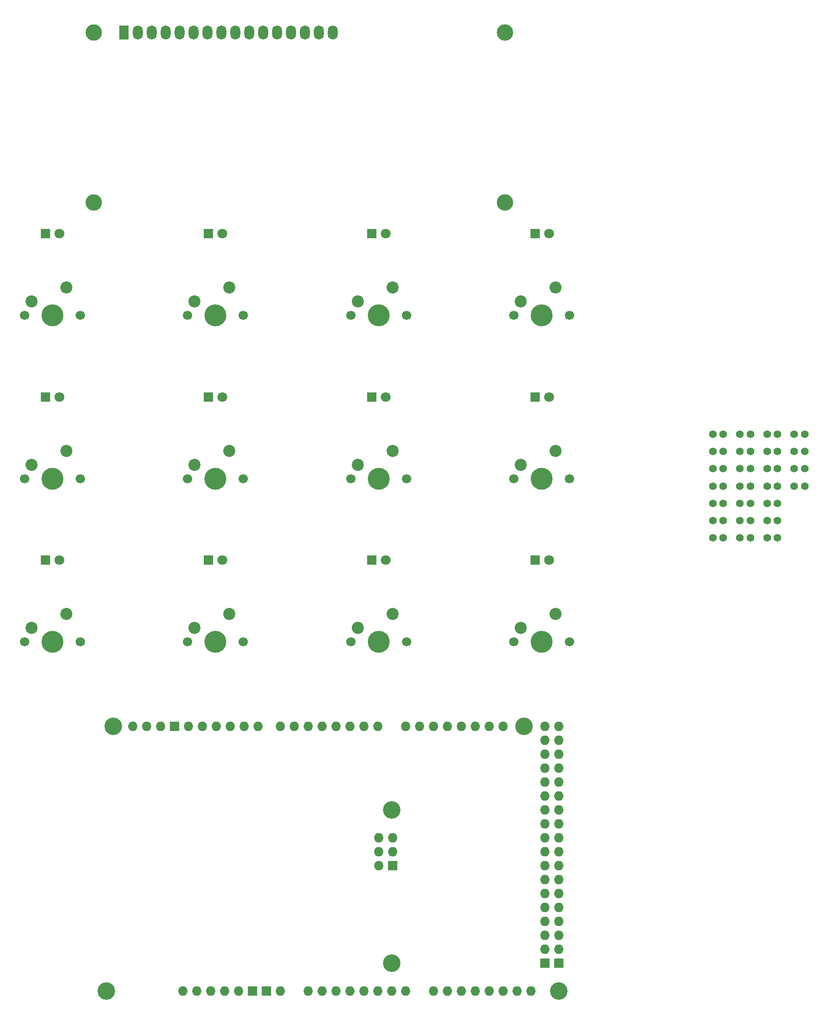
<source format=gbr>
%TF.GenerationSoftware,KiCad,Pcbnew,9.0.6*%
%TF.CreationDate,2025-12-06T00:52:23+00:00*%
%TF.ProjectId,DT,44542e6b-6963-4616-945f-706362585858,rev?*%
%TF.SameCoordinates,Original*%
%TF.FileFunction,Soldermask,Bot*%
%TF.FilePolarity,Negative*%
%FSLAX46Y46*%
G04 Gerber Fmt 4.6, Leading zero omitted, Abs format (unit mm)*
G04 Created by KiCad (PCBNEW 9.0.6) date 2025-12-06 00:52:23*
%MOMM*%
%LPD*%
G01*
G04 APERTURE LIST*
%ADD10C,1.400000*%
%ADD11R,1.800000X1.800000*%
%ADD12C,1.800000*%
%ADD13C,1.700000*%
%ADD14C,4.000000*%
%ADD15C,2.200000*%
%ADD16C,3.200000*%
%ADD17O,1.727200X1.727200*%
%ADD18R,1.727200X1.727200*%
%ADD19C,3.000000*%
%ADD20R,1.800000X2.600000*%
%ADD21O,1.800000X2.600000*%
G04 APERTURE END LIST*
D10*
%TO.C,R5*%
X-251055000Y-43850000D03*
X-249155000Y-43850000D03*
%TD*%
D11*
%TO.C,D6*%
X-343032000Y-24465000D03*
D12*
X-340492000Y-24465000D03*
%TD*%
D11*
%TO.C,D7*%
X-313262000Y-24465000D03*
D12*
X-310722000Y-24465000D03*
%TD*%
D10*
%TO.C,R8*%
X-246095000Y-31250000D03*
X-244195000Y-31250000D03*
%TD*%
D13*
%TO.C,SW11*%
X-317090000Y-69120000D03*
D14*
X-312010000Y-69120000D03*
D13*
X-306930000Y-69120000D03*
D15*
X-309470000Y-64040000D03*
X-315820000Y-66580000D03*
%TD*%
D10*
%TO.C,R24*%
X-236175000Y-37550000D03*
X-234275000Y-37550000D03*
%TD*%
D11*
%TO.C,D5*%
X-372802000Y-24465000D03*
D12*
X-370262000Y-24465000D03*
%TD*%
D13*
%TO.C,SW9*%
X-376630000Y-69120000D03*
D14*
X-371550000Y-69120000D03*
D13*
X-366470000Y-69120000D03*
D15*
X-369010000Y-64040000D03*
X-375360000Y-66580000D03*
%TD*%
D10*
%TO.C,R4*%
X-251055000Y-40700000D03*
X-249155000Y-40700000D03*
%TD*%
D11*
%TO.C,D9*%
X-372802000Y-54235000D03*
D12*
X-370262000Y-54235000D03*
%TD*%
D10*
%TO.C,R1*%
X-251055000Y-31250000D03*
X-249155000Y-31250000D03*
%TD*%
D11*
%TO.C,D1*%
X-372802000Y5305000D03*
D12*
X-370262000Y5305000D03*
%TD*%
D10*
%TO.C,R11*%
X-246095000Y-40700000D03*
X-244195000Y-40700000D03*
%TD*%
D16*
%TO.C,A1*%
X-361680000Y-132730000D03*
X-360410000Y-84470000D03*
D17*
X-347710000Y-132730000D03*
D16*
X-309610000Y-99710000D03*
X-309610000Y-127650000D03*
X-285480000Y-84470000D03*
X-279130000Y-132730000D03*
D17*
X-340090000Y-132730000D03*
X-337550000Y-132730000D03*
X-309483000Y-104790000D03*
X-281670000Y-84470000D03*
X-279130000Y-84470000D03*
X-324850000Y-132730000D03*
X-322310000Y-132730000D03*
X-319770000Y-132730000D03*
X-317230000Y-132730000D03*
X-314690000Y-132730000D03*
X-312150000Y-132730000D03*
X-309610000Y-132730000D03*
X-307070000Y-132730000D03*
X-301990000Y-132730000D03*
X-299450000Y-132730000D03*
X-296910000Y-132730000D03*
X-294370000Y-132730000D03*
X-291830000Y-132730000D03*
X-289290000Y-132730000D03*
X-286750000Y-132730000D03*
X-284210000Y-132730000D03*
X-351774000Y-84470000D03*
X-312150000Y-84470000D03*
X-314690000Y-84470000D03*
X-317230000Y-84470000D03*
X-319770000Y-84470000D03*
X-322310000Y-84470000D03*
X-324850000Y-84470000D03*
X-327390000Y-84470000D03*
X-329930000Y-84470000D03*
X-333994000Y-84470000D03*
X-336534000Y-84470000D03*
X-339074000Y-84470000D03*
X-341614000Y-84470000D03*
X-344154000Y-84470000D03*
X-346694000Y-84470000D03*
X-307070000Y-84470000D03*
X-304530000Y-84470000D03*
X-301990000Y-84470000D03*
X-299450000Y-84470000D03*
X-296910000Y-84470000D03*
X-294370000Y-84470000D03*
X-291830000Y-84470000D03*
X-289290000Y-84470000D03*
X-281670000Y-87010000D03*
X-279130000Y-87010000D03*
X-281670000Y-89550000D03*
X-279130000Y-89550000D03*
X-281670000Y-92090000D03*
X-279130000Y-92090000D03*
X-281670000Y-94630000D03*
X-279130000Y-94630000D03*
X-281670000Y-97170000D03*
X-279130000Y-97170000D03*
X-281670000Y-99710000D03*
X-279130000Y-99710000D03*
X-281670000Y-102250000D03*
X-279130000Y-102250000D03*
X-281670000Y-104790000D03*
X-279130000Y-104790000D03*
X-281670000Y-107330000D03*
X-279130000Y-107330000D03*
X-281670000Y-109870000D03*
X-279130000Y-109870000D03*
X-281670000Y-112410000D03*
X-279130000Y-112410000D03*
X-281670000Y-114950000D03*
X-279130000Y-114950000D03*
X-281670000Y-117490000D03*
X-279130000Y-117490000D03*
X-281670000Y-120030000D03*
X-279130000Y-120030000D03*
X-281670000Y-122570000D03*
X-279130000Y-122570000D03*
X-281670000Y-125110000D03*
X-279130000Y-125110000D03*
D18*
X-349234000Y-84470000D03*
X-335010000Y-132730000D03*
X-332470000Y-132730000D03*
X-309483000Y-109870000D03*
X-281670000Y-127650000D03*
X-279130000Y-127650000D03*
D17*
X-345170000Y-132730000D03*
X-312023000Y-104790000D03*
X-309483000Y-107330000D03*
X-342630000Y-132730000D03*
X-312023000Y-109870000D03*
X-312023000Y-107330000D03*
X-356854000Y-84470000D03*
X-354314000Y-84470000D03*
X-329930000Y-132730000D03*
%TD*%
D10*
%TO.C,R3*%
X-251055000Y-37550000D03*
X-249155000Y-37550000D03*
%TD*%
%TO.C,R25*%
X-236175000Y-40700000D03*
X-234275000Y-40700000D03*
%TD*%
D13*
%TO.C,SW12*%
X-287320000Y-69120000D03*
D14*
X-282240000Y-69120000D03*
D13*
X-277160000Y-69120000D03*
D15*
X-279700000Y-64040000D03*
X-286050000Y-66580000D03*
%TD*%
D10*
%TO.C,R23*%
X-236175000Y-34400000D03*
X-234275000Y-34400000D03*
%TD*%
%TO.C,R21*%
X-241135000Y-50150000D03*
X-239235000Y-50150000D03*
%TD*%
%TO.C,R12*%
X-246095000Y-43850000D03*
X-244195000Y-43850000D03*
%TD*%
D19*
%TO.C,DS1*%
X-363955000Y42000000D03*
X-363955000Y10999300D03*
X-288956420Y10999300D03*
X-288955900Y42000000D03*
D20*
X-358455900Y42000000D03*
D21*
X-355915900Y42000000D03*
X-353375900Y42000000D03*
X-350835900Y42000000D03*
X-348295900Y42000000D03*
X-345755900Y42000000D03*
X-343215900Y42000000D03*
X-340675900Y42000000D03*
X-338135900Y42000000D03*
X-335595900Y42000000D03*
X-333055900Y42000000D03*
X-330515900Y42000000D03*
X-327975900Y42000000D03*
X-325435900Y42000000D03*
X-322895900Y42000000D03*
X-320355900Y42000000D03*
%TD*%
D13*
%TO.C,SW2*%
X-346860000Y-9580000D03*
D14*
X-341780000Y-9580000D03*
D13*
X-336700000Y-9580000D03*
D15*
X-339240000Y-4500000D03*
X-345590000Y-7040000D03*
%TD*%
D10*
%TO.C,R14*%
X-246095000Y-50150000D03*
X-244195000Y-50150000D03*
%TD*%
%TO.C,R22*%
X-236175000Y-31250000D03*
X-234275000Y-31250000D03*
%TD*%
D13*
%TO.C,SW4*%
X-287320000Y-9580000D03*
D14*
X-282240000Y-9580000D03*
D13*
X-277160000Y-9580000D03*
D15*
X-279700000Y-4500000D03*
X-286050000Y-7040000D03*
%TD*%
D13*
%TO.C,SW6*%
X-346860000Y-39350000D03*
D14*
X-341780000Y-39350000D03*
D13*
X-336700000Y-39350000D03*
D15*
X-339240000Y-34270000D03*
X-345590000Y-36810000D03*
%TD*%
D10*
%TO.C,R15*%
X-241135000Y-31250000D03*
X-239235000Y-31250000D03*
%TD*%
D13*
%TO.C,SW3*%
X-317090000Y-9580000D03*
D14*
X-312010000Y-9580000D03*
D13*
X-306930000Y-9580000D03*
D15*
X-309470000Y-4500000D03*
X-315820000Y-7040000D03*
%TD*%
D11*
%TO.C,D12*%
X-283492000Y-54235000D03*
D12*
X-280952000Y-54235000D03*
%TD*%
D10*
%TO.C,R16*%
X-241135000Y-34400000D03*
X-239235000Y-34400000D03*
%TD*%
D11*
%TO.C,D2*%
X-343032000Y5305000D03*
D12*
X-340492000Y5305000D03*
%TD*%
D13*
%TO.C,SW1*%
X-376630000Y-9580000D03*
D14*
X-371550000Y-9580000D03*
D13*
X-366470000Y-9580000D03*
D15*
X-369010000Y-4500000D03*
X-375360000Y-7040000D03*
%TD*%
D11*
%TO.C,D3*%
X-313262000Y5305000D03*
D12*
X-310722000Y5305000D03*
%TD*%
D10*
%TO.C,R17*%
X-241135000Y-37550000D03*
X-239235000Y-37550000D03*
%TD*%
D13*
%TO.C,SW8*%
X-287320000Y-39350000D03*
D14*
X-282240000Y-39350000D03*
D13*
X-277160000Y-39350000D03*
D15*
X-279700000Y-34270000D03*
X-286050000Y-36810000D03*
%TD*%
D10*
%TO.C,R10*%
X-246095000Y-37550000D03*
X-244195000Y-37550000D03*
%TD*%
%TO.C,R19*%
X-241135000Y-43850000D03*
X-239235000Y-43850000D03*
%TD*%
%TO.C,R20*%
X-241135000Y-47000000D03*
X-239235000Y-47000000D03*
%TD*%
%TO.C,R2*%
X-251055000Y-34400000D03*
X-249155000Y-34400000D03*
%TD*%
D13*
%TO.C,SW5*%
X-376630000Y-39350000D03*
D14*
X-371550000Y-39350000D03*
D13*
X-366470000Y-39350000D03*
D15*
X-369010000Y-34270000D03*
X-375360000Y-36810000D03*
%TD*%
D11*
%TO.C,D4*%
X-283492000Y5305000D03*
D12*
X-280952000Y5305000D03*
%TD*%
D10*
%TO.C,R6*%
X-251055000Y-47000000D03*
X-249155000Y-47000000D03*
%TD*%
D11*
%TO.C,D11*%
X-313262000Y-54235000D03*
D12*
X-310722000Y-54235000D03*
%TD*%
D10*
%TO.C,R18*%
X-241135000Y-40700000D03*
X-239235000Y-40700000D03*
%TD*%
%TO.C,R9*%
X-246095000Y-34400000D03*
X-244195000Y-34400000D03*
%TD*%
D11*
%TO.C,D8*%
X-283492000Y-24465000D03*
D12*
X-280952000Y-24465000D03*
%TD*%
D10*
%TO.C,R13*%
X-246095000Y-47000000D03*
X-244195000Y-47000000D03*
%TD*%
D13*
%TO.C,SW7*%
X-317090000Y-39350000D03*
D14*
X-312010000Y-39350000D03*
D13*
X-306930000Y-39350000D03*
D15*
X-309470000Y-34270000D03*
X-315820000Y-36810000D03*
%TD*%
D13*
%TO.C,SW10*%
X-346860000Y-69120000D03*
D14*
X-341780000Y-69120000D03*
D13*
X-336700000Y-69120000D03*
D15*
X-339240000Y-64040000D03*
X-345590000Y-66580000D03*
%TD*%
D11*
%TO.C,D10*%
X-343032000Y-54235000D03*
D12*
X-340492000Y-54235000D03*
%TD*%
D10*
%TO.C,R7*%
X-251055000Y-50150000D03*
X-249155000Y-50150000D03*
%TD*%
M02*

</source>
